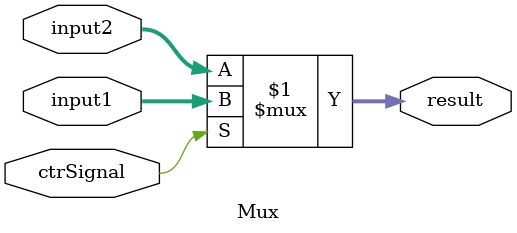
<source format=v>
`timescale 1ns / 1ps


module Mux(
    input ctrSignal,
    input [31:0] input1,
    input [31:0] input2,
    output [31:0] result
    );
    
    assign result = ctrSignal ? input1 : input2;
    
endmodule

</source>
